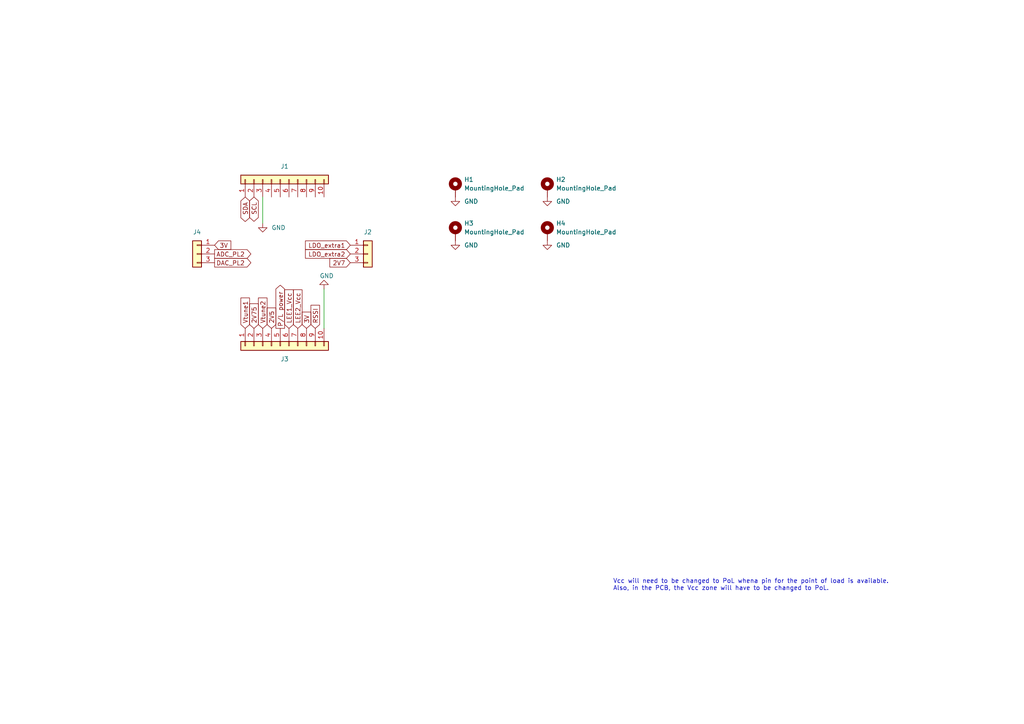
<source format=kicad_sch>
(kicad_sch (version 20211123) (generator eeschema)
  (paper "A4")
  (lib_symbols
    (symbol "Connector_Generic:Conn_01x03" (pin_names (offset 1.016) hide)
      (property "Reference" "J" (at 0 5.08 0))
      (property "Value" "Conn_01x03" (at 0 -5.08 0))
      (symbol "Conn_01x03_1_1"
        (rectangle (start -1.27 -2.413) (end 0 -2.667) (stroke (width 0.1524)))
        (rectangle (start -1.27 0.127) (end 0 -0.127) (stroke (width 0.1524)))
        (rectangle (start -1.27 2.667) (end 0 2.413) (stroke (width 0.1524)))
        (rectangle (start -1.27 3.81) (end 1.27 -3.81) (stroke (width 0.254)) (fill (type background)))
        (pin passive line (at -5.08 2.54 0) (length 3.81) (name "Pin_1") (number "1"))
        (pin passive line (at -5.08 0 0) (length 3.81) (name "Pin_2") (number "2"))
        (pin passive line (at -5.08 -2.54 0) (length 3.81) (name "Pin_3") (number "3"))
      )
    )
    (symbol "Connector_Generic:Conn_01x10" (pin_names (offset 1.016) hide)
      (property "Reference" "J" (at 0 12.7 0))
      (property "Value" "Conn_01x10" (at 0 -15.24 0))
      (symbol "Conn_01x10_1_1"
        (rectangle (start -1.27 -12.573) (end 0 -12.827) (stroke (width 0.1524)))
        (rectangle (start -1.27 -10.033) (end 0 -10.287) (stroke (width 0.1524)))
        (rectangle (start -1.27 -7.493) (end 0 -7.747) (stroke (width 0.1524)))
        (rectangle (start -1.27 -4.953) (end 0 -5.207) (stroke (width 0.1524)))
        (rectangle (start -1.27 -2.413) (end 0 -2.667) (stroke (width 0.1524)))
        (rectangle (start -1.27 0.127) (end 0 -0.127) (stroke (width 0.1524)))
        (rectangle (start -1.27 2.667) (end 0 2.413) (stroke (width 0.1524)))
        (rectangle (start -1.27 5.207) (end 0 4.953) (stroke (width 0.1524)))
        (rectangle (start -1.27 7.747) (end 0 7.493) (stroke (width 0.1524)))
        (rectangle (start -1.27 10.287) (end 0 10.033) (stroke (width 0.1524)))
        (rectangle (start -1.27 11.43) (end 1.27 -13.97) (stroke (width 0.254)) (fill (type background)))
        (pin passive line (at -5.08 10.16 0) (length 3.81) (name "Pin_1") (number "1"))
        (pin passive line (at -5.08 -12.7 0) (length 3.81) (name "Pin_10") (number "10"))
        (pin passive line (at -5.08 7.62 0) (length 3.81) (name "Pin_2") (number "2"))
        (pin passive line (at -5.08 5.08 0) (length 3.81) (name "Pin_3") (number "3"))
        (pin passive line (at -5.08 2.54 0) (length 3.81) (name "Pin_4") (number "4"))
        (pin passive line (at -5.08 0 0) (length 3.81) (name "Pin_5") (number "5"))
        (pin passive line (at -5.08 -2.54 0) (length 3.81) (name "Pin_6") (number "6"))
        (pin passive line (at -5.08 -5.08 0) (length 3.81) (name "Pin_7") (number "7"))
        (pin passive line (at -5.08 -7.62 0) (length 3.81) (name "Pin_8") (number "8"))
        (pin passive line (at -5.08 -10.16 0) (length 3.81) (name "Pin_9") (number "9"))
      )
    )
    (symbol "Mechanical:MountingHole_Pad" (pin_numbers hide) (pin_names (offset 1.016) hide)
      (property "Reference" "H" (at 0 6.35 0))
      (property "Value" "MountingHole_Pad" (at 0 4.445 0))
      (symbol "MountingHole_Pad_0_1"
        (circle (center 0 1.27) (radius 1.27) (stroke (width 1.27)))
      )
      (symbol "MountingHole_Pad_1_1"
        (pin input line (at 0 -2.54 90) (length 2.54) (name "1") (number "1"))
      )
    )
    (symbol "power:GND" (power) (pin_names (offset 0))
      (property "Value" "GND" (at 0 -3.81 0))
      (symbol "GND_0_1"
        (polyline (pts (xy 0 0) (xy 0 -1.27) (xy 1.27 -1.27) (xy 0 -2.54) (xy -1.27 -1.27) (xy 0 -1.27)))
      )
      (symbol "GND_1_1"
        (pin power_in line (at 0 0 270) (length 0) hide (name "GND") (number "1"))
      )
    )
  )
  (wire (pts (xy 93.98 83.82) (xy 93.98 95.25)))
  (wire (pts (xy 76.2 64.77) (xy 76.2 57.15)))
  (text "Vcc will need to be changed to PoL whena pin for the point of load is available.\nAlso, in the PCB, the Vcc zone will have to be changed to PoL." (at 177.8 171.45 0) (effects (font (size 1.27 1.27)) (justify left bottom)))
  (global_label "LEE2_Vcc" (shape input) (at 86.36 95.25 90) (property "Intersheet References" "${INTERSHEET_REFS}" (effects hide)))
  (global_label "DAC_PL2" (shape output) (at 62.23 76.2 0) (property "Intersheet References" "${INTERSHEET_REFS}" (effects hide)))
  (global_label "Vtune2" (shape input) (at 76.2 95.25 90) (property "Intersheet References" "${INTERSHEET_REFS}" (effects hide)))
  (global_label "SDA" (shape bidirectional) (at 71.12 57.15 270) (property "Intersheet References" "${INTERSHEET_REFS}" (effects hide)))
  (global_label "2V75" (shape input) (at 73.66 95.25 90) (property "Intersheet References" "${INTERSHEET_REFS}" (effects hide)))
  (global_label "LDO_extra2" (shape input) (at 101.6 73.66 180) (property "Intersheet References" "${INTERSHEET_REFS}" (effects hide)))
  (global_label "SCL" (shape bidirectional) (at 73.66 57.15 270) (property "Intersheet References" "${INTERSHEET_REFS}" (effects hide)))
  (global_label "LDO_extra1" (shape input) (at 101.6 71.12 180) (property "Intersheet References" "${INTERSHEET_REFS}" (effects hide)))
  (global_label "ADC_PL2" (shape output) (at 62.23 73.66 0) (property "Intersheet References" "${INTERSHEET_REFS}" (effects hide)))
  (global_label "RSSI" (shape input) (at 91.44 95.25 90) (property "Intersheet References" "${INTERSHEET_REFS}" (effects hide)))
  (global_label "LEE1_Vcc" (shape input) (at 83.82 95.25 90) (property "Intersheet References" "${INTERSHEET_REFS}" (effects hide)))
  (global_label "Vtune1" (shape input) (at 71.12 95.25 90) (property "Intersheet References" "${INTERSHEET_REFS}" (effects hide)))
  (global_label "2V7" (shape input) (at 101.6 76.2 180) (property "Intersheet References" "${INTERSHEET_REFS}" (effects hide)))
  (global_label "2V5" (shape input) (at 78.74 95.25 90) (property "Intersheet References" "${INTERSHEET_REFS}" (effects hide)))
  (global_label "3V" (shape input) (at 88.9 95.25 90) (property "Intersheet References" "${INTERSHEET_REFS}" (effects hide)))
  (global_label "P{slash}L power" (shape output) (at 81.28 95.25 90) (property "Intersheet References" "${INTERSHEET_REFS}" (effects hide)))
  (global_label "3V" (shape input) (at 62.23 71.12 0) (property "Intersheet References" "${INTERSHEET_REFS}" (effects hide)))
  (symbol (lib_id "Mechanical:MountingHole_Pad") (at 132.08 67.31 0) (unit 1)
    (property "Reference" "H3" (at 134.62 64.7699 0) (effects (justify left)))
    (property "Value" "MountingHole_Pad" (at 134.62 67.3099 0) (effects (justify left)))
    (property "Footprint" "MountingHole:MountingHole_3.5mm_Pad" (effects hide))
  )
  (symbol (lib_id "power:GND") (at 158.75 69.85 0) (unit 1)
    (property "Reference" "#PWR0117" (effects hide))
    (property "Value" "GND" (at 161.29 71.1199 0) (effects (justify left)))
  )
  (symbol (lib_id "Connector_Generic:Conn_01x03") (at 106.68 73.66 0) (unit 1)
    (property "Reference" "J2" (at 106.68 67.31 0))
    (property "Value" "Conn_01x03" (effects hide))
    (property "Footprint" "Connector_PinHeader_2.54mm:PinHeader_1x03_P2.54mm_Vertical" (effects hide))
  )
  (symbol (lib_id "Connector_Generic:Conn_01x03") (at 57.15 73.66 0) (mirror y) (unit 1)
    (property "Reference" "J4" (at 57.15 67.31 0))
    (property "Value" "Conn_01x03" (effects hide))
    (property "Footprint" "Connector_PinHeader_2.54mm:PinHeader_1x03_P2.54mm_Vertical" (effects hide))
  )
  (symbol (lib_id "power:GND") (at 93.98 83.82 180) (unit 1)
    (property "Reference" "#PWR0105" (effects hide))
    (property "Value" "GND" (at 92.71 80.01 0) (effects (justify right)))
  )
  (symbol (lib_id "Mechanical:MountingHole_Pad") (at 158.75 67.31 0) (unit 1)
    (property "Reference" "H4" (at 161.29 64.7699 0) (effects (justify left)))
    (property "Value" "MountingHole_Pad" (at 161.29 67.3099 0) (effects (justify left)))
    (property "Footprint" "MountingHole:MountingHole_3.5mm_Pad" (effects hide))
  )
  (symbol (lib_id "power:GND") (at 132.08 57.15 0) (unit 1)
    (property "Reference" "#PWR0107" (effects hide))
    (property "Value" "GND" (at 134.62 58.4199 0) (effects (justify left)))
  )
  (symbol (lib_id "power:GND") (at 158.75 57.15 0) (unit 1)
    (property "Reference" "#PWR0111" (effects hide))
    (property "Value" "GND" (at 161.29 58.4199 0) (effects (justify left)))
  )
  (symbol (lib_id "Connector_Generic:Conn_01x10") (at 81.28 100.33 90) (mirror x) (unit 1)
    (property "Reference" "J3" (at 82.55 104.14 90))
    (property "Value" "Conn_01x10" (effects hide))
    (property "Footprint" "Connector_PinHeader_2.54mm:PinHeader_1x10_P2.54mm_Vertical" (effects hide))
  )
  (symbol (lib_id "Connector_Generic:Conn_01x10") (at 81.28 52.07 90) (unit 1)
    (property "Reference" "J1" (at 82.55 48.26 90))
    (property "Value" "Conn_01x10" (effects hide))
    (property "Footprint" "Connector_PinHeader_2.54mm:PinHeader_1x10_P2.54mm_Vertical" (effects hide))
  )
  (symbol (lib_id "Mechanical:MountingHole_Pad") (at 132.08 54.61 0) (unit 1)
    (property "Reference" "H1" (at 134.62 52.0699 0) (effects (justify left)))
    (property "Value" "MountingHole_Pad" (at 134.62 54.6099 0) (effects (justify left)))
  )
  (symbol (lib_id "Mechanical:MountingHole_Pad") (at 158.75 54.61 0) (unit 1)
    (property "Reference" "H2" (at 161.29 52.0699 0) (effects (justify left)))
    (property "Value" "MountingHole_Pad" (at 161.29 54.6099 0) (effects (justify left)))
    (property "Footprint" "MountingHole:MountingHole_3.5mm_Pad" (effects hide))
  )
  (symbol (lib_id "power:GND") (at 76.2 64.77 0) (unit 1)
    (property "Reference" "#PWR0103" (effects hide))
    (property "Value" "GND" (at 78.74 66.0399 0) (effects (justify left)))
  )
  (symbol (lib_id "power:GND") (at 132.08 69.85 0) (unit 1)
    (property "Reference" "#PWR0127" (effects hide))
    (property "Value" "GND" (at 134.62 71.1199 0) (effects (justify left)))
  )
)
</source>
